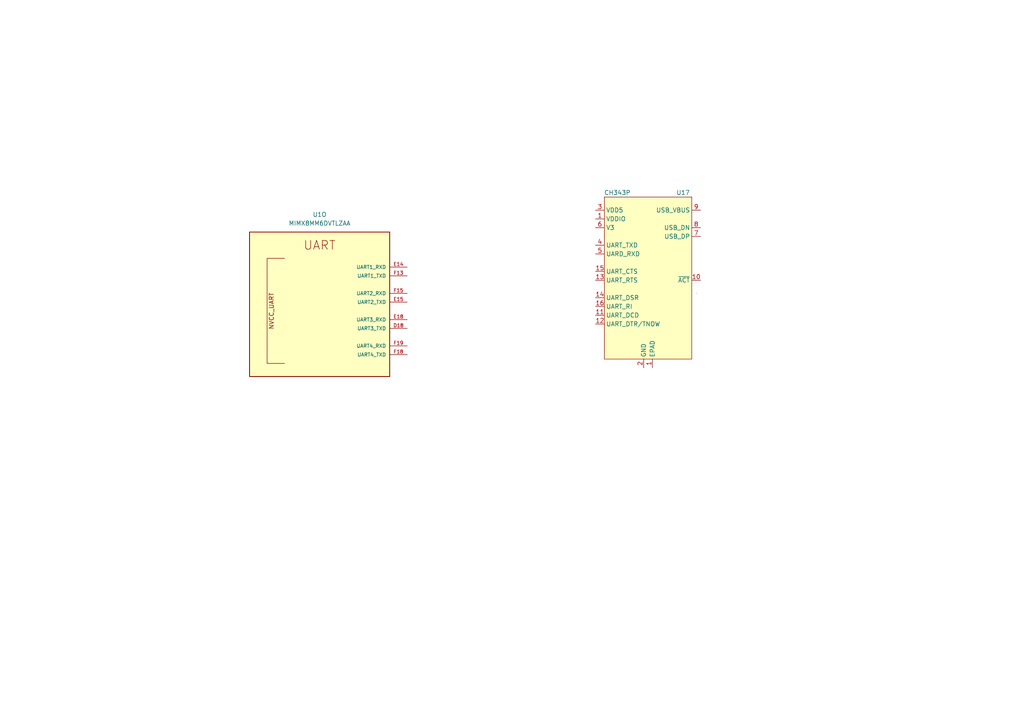
<source format=kicad_sch>
(kicad_sch (version 20211123) (generator eeschema)
  (paper "A4")
  (lib_symbols
    (symbol "qsbc:CH343P"
      (property "Reference" "U" (at 10.16 13.97 0))
      (property "Value" "CH343P" (at -8.89 13.97 0))
      (symbol "CH343P_0_1"
        (rectangle (start -12.7 12.7) (end 12.7 -34.29) (stroke (width 0.1524)) (fill (type background)))
        (rectangle (start 13.97 -15.24) (end 13.97 -15.24) (stroke (width 0.1524)))
        (rectangle (start 342.9 113.03) (end 342.9 113.03) (stroke (width 0.1524)))
      )
      (symbol "CH343P_1_0"
        (pin power_in line (at 1.27 -36.83 90) (length 2.54) (name "EPAD") (number "1"))
        (pin power_in line (at -15.24 6.35 0) (length 2.54) (name "VDDIO") (number "1"))
        (pin output line (at 15.24 -11.43 180) (length 2.54) (name "~{ACT}") (number "10"))
        (pin input line (at -15.24 -21.59 0) (length 2.54) (name "UART_DCD") (number "11"))
        (pin output line (at -15.24 -24.13 0) (length 2.54) (name "UART_DTR/TNOW") (number "12"))
        (pin output line (at -15.24 -11.43 0) (length 2.54) (name "UART_RTS") (number "13"))
        (pin input line (at -15.24 -16.51 0) (length 2.54) (name "UART_DSR") (number "14"))
        (pin input line (at -15.24 -8.89 0) (length 2.54) (name "UART_CTS") (number "15"))
        (pin input line (at -15.24 -19.05 0) (length 2.54) (name "UART_RI") (number "16"))
        (pin power_in line (at -1.27 -36.83 90) (length 2.54) (name "GND") (number "2"))
        (pin power_in line (at -15.24 8.89 0) (length 2.54) (name "VDD5") (number "3"))
        (pin output line (at -15.24 -1.27 0) (length 2.54) (name "UART_TXD") (number "4"))
        (pin input line (at -15.24 -3.81 0) (length 2.54) (name "UARD_RXD") (number "5"))
        (pin power_out line (at -15.24 3.81 0) (length 2.54) (name "V3") (number "6"))
        (pin bidirectional line (at 15.24 1.27 180) (length 2.54) (name "USB_DP") (number "7"))
        (pin bidirectional line (at 15.24 3.81 180) (length 2.54) (name "USB_DN") (number "8"))
        (pin bidirectional line (at 15.24 8.89 180) (length 2.54) (name "USB_VBUS") (number "9"))
      )
    )
    (symbol "qsbc:MIMX8MM6DVTLZAA" (pin_names (offset 1.016))
      (property "Reference" "U" (at 16.51 13.97 0))
      (property "Value" "MIMX8MM6DVTLZAA" (at -20.32 13.97 0))
      (symbol "MIMX8MM6DVTLZAA_1_0"
        (rectangle (start -20.32 13.97) (end 20.32 -57.15) (stroke (width 0.254)) (fill (type background)))
        (polyline (pts (xy 3.81 -29.21) (xy 2.54 -29.21)) (stroke (width 0.1524)))
        (text "MISC" (at 0 10.16 0) (effects (font (size 2.54 2.54))))
        (text "NVCC_CLK" (at 5.08 -45.72 900) (effects (font (size 1.27 1.27))))
        (text "NVCC_JTAG" (at 5.08 -7.62 900) (effects (font (size 1.27 1.27))))
        (text "NVCC_SNVS_1P8" (at -5.08 -5.08 900) (effects (font (size 1.27 1.27))))
        (text "VDD_24M_XTAL_1P8" (at -5.08 -29.21 900) (effects (font (size 1.27 1.27))))
        (text "VDD_ANA1_1P8" (at 1.27 -29.21 900) (effects (font (size 1.27 1.27))))
        (pin bidirectional line (at -25.4 -3.81 0) (length 5.08) (name "PMIC_ON_REQ") (number "A24"))
        (pin bidirectional line (at -25.4 3.81 0) (length 5.08) (name "ONOFF") (number "A25"))
        (pin input line (at -25.4 -11.43 0) (length 5.08) (name "RTC_XTALI") (number "A26"))
        (pin bidirectional line (at -25.4 1.27 0) (length 5.08) (name "POR_B") (number "B24"))
        (pin output line (at -25.4 -13.97 0) (length 5.08) (name "RTC_XTALO") (number "B25"))
        (pin input line (at -25.4 -27.94 0) (length 5.08) (name "24M_XTALI") (number "B27"))
        (pin output line (at -25.4 -30.48 0) (length 5.08) (name "24M_XTALO") (number "C26"))
        (pin bidirectional line (at 25.4 -16.51 180) (length 5.08) (name "JTAG_TRST_B") (number "C27"))
        (pin bidirectional line (at 25.4 -2.54 180) (length 5.08) (name "TEST_MODE") (number "D26"))
        (pin bidirectional line (at 25.4 -6.35 180) (length 5.08) (name "JTAG_MOD") (number "D27"))
        (pin bidirectional line (at -25.4 -6.35 0) (length 5.08) (name "PMIC_STBY_REQ") (number "E24"))
        (pin bidirectional line (at 25.4 -13.97 180) (length 5.08) (name "JTAG_TDO") (number "E26"))
        (pin bidirectional line (at 25.4 -11.43 180) (length 5.08) (name "JTAG_TDI") (number "E27"))
        (pin bidirectional line (at -25.4 -1.27 0) (length 5.08) (name "RTC_RESET_B") (number "F24"))
        (pin bidirectional line (at 25.4 -8.89 180) (length 5.08) (name "JTAG_TCK") (number "F26"))
        (pin bidirectional line (at 25.4 -19.05 180) (length 5.08) (name "JTAG_TMS") (number "F27"))
        (pin bidirectional line (at 25.4 3.81 180) (length 5.08) (name "BOOT_MODE0") (number "G26"))
        (pin bidirectional line (at 25.4 1.27 180) (length 5.08) (name "BOOT_MODE1") (number "G27"))
        (pin bidirectional line (at 25.4 -48.26 180) (length 5.08) (name "CLKOUT1") (number "H26"))
        (pin bidirectional line (at 25.4 -40.64 180) (length 5.08) (name "CLKIN1") (number "H27"))
        (pin passive line (at 25.4 -31.75 180) (length 5.08) (name "TSENSOR_TEST_OUT") (number "J23"))
        (pin passive line (at 25.4 -26.67 180) (length 5.08) (name "TSENSOR_RES_EXT") (number "J24"))
        (pin bidirectional line (at 25.4 -50.8 180) (length 5.08) (name "CLKOUT2") (number "J26"))
        (pin bidirectional line (at 25.4 -43.18 180) (length 5.08) (name "CLKIN2") (number "J27"))
      )
      (symbol "MIMX8MM6DVTLZAA_1_1"
        (polyline (pts (xy -8.89 -19.05) (xy -3.81 -19.05) (xy -3.81 -39.37) (xy -8.89 -39.37)) (stroke (width 0.1524)))
        (polyline (pts (xy -8.89 6.35) (xy -3.81 6.35) (xy -3.81 -16.51) (xy -8.89 -16.51)) (stroke (width 0.1524)))
        (polyline (pts (xy 8.89 -38.1) (xy 3.81 -38.1) (xy 3.81 -53.34) (xy 8.89 -53.34)) (stroke (width 0.1524)))
        (polyline (pts (xy 8.89 -24.13) (xy 3.81 -24.13) (xy 3.81 -34.29) (xy 8.89 -34.29)) (stroke (width 0.1524)))
        (polyline (pts (xy 8.89 6.35) (xy 3.81 6.35) (xy 3.81 -21.59) (xy 8.89 -21.59)) (stroke (width 0.1524)))
      )
      (symbol "MIMX8MM6DVTLZAA_2_0"
        (rectangle (start -20.32 13.97) (end 20.32 -128.27) (stroke (width 0.254)) (fill (type background)))
        (text "DDR" (at 0 10.16 0) (effects (font (size 2.54 2.54))))
        (pin bidirectional line (at 25.4 -48.26 180) (length 5.08) (name "DRAM_DQS0_P") (number "A2"))
        (pin bidirectional line (at 25.4 -17.78 180) (length 5.08) (name "DRAM_DQ06") (number "A3"))
        (pin bidirectional line (at 25.4 5.08 180) (length 5.08) (name "DRAM_DM0") (number "A4"))
        (pin bidirectional line (at 25.4 -2.54 180) (length 5.08) (name "DRAM_DQ00") (number "A5"))
        (pin passive line (at 25.4 -111.76 180) (length 5.08) (name "DRAM_DQS2_P") (number "AA1"))
        (pin passive line (at 25.4 -63.5 180) (length 5.08) (name "DRAM_DQ17") (number "AA2"))
        (pin passive line (at 25.4 -104.14 180) (length 5.08) (name "DRAM_DM2") (number "AB1"))
        (pin passive line (at 25.4 -60.96 180) (length 5.08) (name "DRAM_DQ16") (number "AB2"))
        (pin bidirectional line (at -25.4 -50.8 0) (length 5.08) (name "DRAM_AC20") (number "AB4"))
        (pin bidirectional line (at -25.4 -53.34 0) (length 5.08) (name "DRAM_AC21") (number "AB5"))
        (pin bidirectional line (at -25.4 -86.36 0) (length 5.08) (name "DRAM_AC38") (number "AB6"))
        (pin passive line (at 25.4 -76.2 180) (length 5.08) (name "DRAM_DQ22") (number "AC1"))
        (pin passive line (at 25.4 -78.74 180) (length 5.08) (name "DRAM_DQ23") (number "AC2"))
        (pin bidirectional line (at -25.4 -20.32 0) (length 5.08) (name "DRAM_AC30") (number "AC4"))
        (pin passive line (at 25.4 -88.9 180) (length 5.08) (name "DRAM_DQ27") (number "AD1"))
        (pin passive line (at 25.4 -86.36 180) (length 5.08) (name "DRAM_DQ26") (number "AD2"))
        (pin bidirectional line (at -25.4 5.08 0) (length 5.08) (name "DRAM_AC31") (number "AD5"))
        (pin passive line (at 25.4 -91.44 180) (length 5.08) (name "DRAM_DQ28") (number "AE1"))
        (pin passive line (at 25.4 -93.98 180) (length 5.08) (name "DRAM_DQ29") (number "AF1"))
        (pin passive line (at 25.4 -121.92 180) (length 5.08) (name "DRAM_DQS3_N") (number "AF2"))
        (pin passive line (at 25.4 -99.06 180) (length 5.08) (name "DRAM_DQ31") (number "AF4"))
        (pin passive line (at 25.4 -83.82 180) (length 5.08) (name "DRAM_DQ25") (number "AF5"))
        (pin passive line (at 25.4 -119.38 180) (length 5.08) (name "DRAM_DQS3_P") (number "AG2"))
        (pin passive line (at 25.4 -96.52 180) (length 5.08) (name "DRAM_DQ30") (number "AG3"))
        (pin passive line (at 25.4 -106.68 180) (length 5.08) (name "DRAM_DM3") (number "AG4"))
        (pin passive line (at 25.4 -81.28 180) (length 5.08) (name "DRAM_DQ24") (number "AG5"))
        (pin bidirectional line (at 25.4 -15.24 180) (length 5.08) (name "DRAM_DQ05") (number "B1"))
        (pin bidirectional line (at 25.4 -45.72 180) (length 5.08) (name "DRAM_DQS0_N") (number "B2"))
        (pin bidirectional line (at 25.4 -20.32 180) (length 5.08) (name "DRAM_DQ07") (number "B4"))
        (pin bidirectional line (at 25.4 -5.08 180) (length 5.08) (name "DRAM_DQ01") (number "B5"))
        (pin bidirectional line (at 25.4 -12.7 180) (length 5.08) (name "DRAM_DQ04") (number "C1"))
        (pin bidirectional line (at 25.4 -10.16 180) (length 5.08) (name "DRAM_DQ03") (number "D1"))
        (pin bidirectional line (at 25.4 -7.62 180) (length 5.08) (name "DRAM_DQ02") (number "D2"))
        (pin bidirectional line (at -25.4 -15.24 0) (length 5.08) (name "DRAM_AC11") (number "D5"))
        (pin bidirectional line (at 25.4 -38.1 180) (length 5.08) (name "DRAM_DQ14") (number "E1"))
        (pin bidirectional line (at 25.4 -40.64 180) (length 5.08) (name "DRAM_DQ15") (number "E2"))
        (pin bidirectional line (at -25.4 -12.7 0) (length 5.08) (name "DRAM_AC10") (number "E4"))
        (pin bidirectional line (at 25.4 2.54 180) (length 5.08) (name "DRAM_DM1") (number "F1"))
        (pin bidirectional line (at 25.4 -22.86 180) (length 5.08) (name "DRAM_DQ08") (number "F2"))
        (pin bidirectional line (at -25.4 -40.64 0) (length 5.08) (name "DRAM_AC00") (number "F4"))
        (pin bidirectional line (at -25.4 -43.18 0) (length 5.08) (name "DRAM_AC01") (number "F5"))
        (pin bidirectional line (at -25.4 -63.5 0) (length 5.08) (name "DRAM_AC06") (number "F6"))
        (pin bidirectional line (at 25.4 -55.88 180) (length 5.08) (name "DRAM_DQS1_P") (number "G1"))
        (pin bidirectional line (at 25.4 -25.4 180) (length 5.08) (name "DRAM_DQ09") (number "G2"))
        (pin bidirectional line (at 25.4 -53.34 180) (length 5.08) (name "DRAM_DQS1_N") (number "H1"))
        (pin bidirectional line (at 25.4 -27.94 180) (length 5.08) (name "DRAM_DQ10") (number "J1"))
        (pin bidirectional line (at 25.4 -30.48 180) (length 5.08) (name "DRAM_DQ11") (number "J2"))
        (pin bidirectional line (at -25.4 -66.04 0) (length 5.08) (name "DRAM_AC03") (number "J4"))
        (pin bidirectional line (at -25.4 -17.78 0) (length 5.08) (name "DRAM_AC07") (number "J5"))
        (pin bidirectional line (at -25.4 -25.4 0) (length 5.08) (name "DRAM_AC08") (number "J6"))
        (pin bidirectional line (at 25.4 -35.56 180) (length 5.08) (name "DRAM_DQ13") (number "K1"))
        (pin bidirectional line (at 25.4 -33.02 180) (length 5.08) (name "DRAM_DQ12") (number "K2"))
        (pin bidirectional line (at -25.4 -60.96 0) (length 5.08) (name "DRAM_AC02") (number "K4"))
        (pin bidirectional line (at -25.4 -5.08 0) (length 5.08) (name "DRAM_AC14") (number "K5"))
        (pin bidirectional line (at -25.4 -22.86 0) (length 5.08) (name "DRAM_AC09") (number "K6"))
        (pin bidirectional line (at -25.4 -58.42 0) (length 5.08) (name "DRAM_AC05") (number "L1"))
        (pin bidirectional line (at -25.4 -55.88 0) (length 5.08) (name "DRAM_AC04") (number "L2"))
        (pin bidirectional line (at -25.4 -45.72 0) (length 5.08) (name "DRAM_AC16") (number "M1"))
        (pin bidirectional line (at -25.4 -48.26 0) (length 5.08) (name "DRAM_AC17") (number "M2"))
        (pin bidirectional line (at -25.4 -71.12 0) (length 5.08) (name "DRAM_AC26") (number "N1"))
        (pin bidirectional line (at -25.4 -83.82 0) (length 5.08) (name "DRAM_AC19") (number "N2"))
        (pin bidirectional line (at -25.4 -10.16 0) (length 5.08) (name "DRAM_AC12") (number "N4"))
        (pin bidirectional line (at -25.4 -7.62 0) (length 5.08) (name "DRAM_AC13") (number "N5"))
        (pin bidirectional line (at -25.4 -2.54 0) (length 5.08) (name "DRAM_AC15") (number "N6"))
        (pin bidirectional line (at -25.4 -101.6 0) (length 5.08) (name "DRAM_VREF") (number "P1"))
        (pin bidirectional line (at -25.4 -106.68 0) (length 5.08) (name "DRAM_ZN") (number "P2"))
        (pin bidirectional line (at -25.4 -96.52 0) (length 5.08) (name "DRAM_RESET_N") (number "R1"))
        (pin bidirectional line (at -25.4 -111.76 0) (length 5.08) (name "DRAM_ALERT_N") (number "R2"))
        (pin bidirectional line (at -25.4 -78.74 0) (length 5.08) (name "DRAM_AC32") (number "R4"))
        (pin bidirectional line (at -25.4 -33.02 0) (length 5.08) (name "DRAM_AC33") (number "R5"))
        (pin bidirectional line (at -25.4 -88.9 0) (length 5.08) (name "DRAM_AC27") (number "R6"))
        (pin bidirectional line (at -25.4 -30.48 0) (length 5.08) (name "DRAM_AC34") (number "T1"))
        (pin bidirectional line (at -25.4 -35.56 0) (length 5.08) (name "DRAM_AC35") (number "T2"))
        (pin bidirectional line (at -25.4 2.54 0) (length 5.08) (name "DRAM_AC25") (number "U1"))
        (pin bidirectional line (at -25.4 0 0) (length 5.08) (name "DRAM_AC24") (number "U2"))
        (pin passive line (at 25.4 -73.66 180) (length 5.08) (name "DRAM_DQ21") (number "V1"))
        (pin passive line (at 25.4 -71.12 180) (length 5.08) (name "DRAM_DQ20") (number "V2"))
        (pin bidirectional line (at -25.4 -81.28 0) (length 5.08) (name "DRAM_AC23") (number "V4"))
        (pin bidirectional line (at -25.4 -73.66 0) (length 5.08) (name "DRAM_AC36") (number "V5"))
        (pin bidirectional line (at -25.4 -68.58 0) (length 5.08) (name "DRAM_AC29") (number "V6"))
        (pin passive line (at 25.4 -66.04 180) (length 5.08) (name "DRAM_DQ18") (number "W1"))
        (pin passive line (at 25.4 -68.58 180) (length 5.08) (name "DRAM_DQ19") (number "W2"))
        (pin bidirectional line (at -25.4 -91.44 0) (length 5.08) (name "DRAM_AC22") (number "W4"))
        (pin bidirectional line (at -25.4 -76.2 0) (length 5.08) (name "DRAM_AC37") (number "W5"))
        (pin bidirectional line (at -25.4 -27.94 0) (length 5.08) (name "DRAM_AC28") (number "W6"))
        (pin passive line (at 25.4 -114.3 180) (length 5.08) (name "DRAM_DQS2_N") (number "Y1"))
      )
      (symbol "MIMX8MM6DVTLZAA_3_0"
        (rectangle (start -20.32 13.97) (end 20.32 -40.64) (stroke (width 0.254)) (fill (type background)))
        (text "GPIO" (at 0 10.16 0) (effects (font (size 2.54 2.54))))
        (text "NVCC_GPIO1" (at -13.97 -15.24 900) (effects (font (size 1.27 1.27))))
        (pin bidirectional line (at 25.4 -26.67 180) (length 5.08) (name "GPIO1_IO12") (number "AB10"))
        (pin bidirectional line (at 25.4 -34.29 180) (length 5.08) (name "GPIO1_IO15") (number "AB9"))
        (pin bidirectional line (at 25.4 -24.13 180) (length 5.08) (name "GPIO1_IO11") (number "AC10"))
        (pin bidirectional line (at 25.4 -31.75 180) (length 5.08) (name "GPIO1_IO14") (number "AC9"))
        (pin bidirectional line (at 25.4 -21.59 180) (length 5.08) (name "GPIO1_IO10") (number "AD10"))
        (pin bidirectional line (at 25.4 -29.21 180) (length 5.08) (name "GPIO1_IO13") (number "AD9"))
        (pin bidirectional line (at 25.4 -19.05 180) (length 5.08) (name "GPIO1_IO09") (number "AF10"))
        (pin bidirectional line (at 25.4 -13.97 180) (length 5.08) (name "GPIO1_IO07") (number "AF11"))
        (pin bidirectional line (at 25.4 -8.89 180) (length 5.08) (name "GPIO1_IO05") (number "AF12"))
        (pin bidirectional line (at 25.4 -3.81 180) (length 5.08) (name "GPIO1_IO03") (number "AF13"))
        (pin bidirectional line (at 25.4 1.27 180) (length 5.08) (name "GPIO1_IO01") (number "AF14"))
        (pin bidirectional line (at 25.4 -16.51 180) (length 5.08) (name "GPIO1_IO08") (number "AG10"))
        (pin bidirectional line (at 25.4 -11.43 180) (length 5.08) (name "GPIO1_IO06") (number "AG11"))
        (pin bidirectional line (at 25.4 -6.35 180) (length 5.08) (name "GPIO1_IO04") (number "AG12"))
        (pin bidirectional line (at 25.4 -1.27 180) (length 5.08) (name "GPIO1_IO02") (number "AG13"))
        (pin bidirectional line (at 25.4 3.81 180) (length 5.08) (name "GPIO1_IO00") (number "AG14"))
      )
      (symbol "MIMX8MM6DVTLZAA_3_1"
        (polyline (pts (xy -10.16 6.35) (xy -15.24 6.35) (xy -15.24 -36.83) (xy -10.16 -36.83)) (stroke (width 0.1524)))
      )
      (symbol "MIMX8MM6DVTLZAA_4_0"
        (rectangle (start -20.32 13.97) (end 20.32 -38.1) (stroke (width 0.254)) (fill (type background)))
        (text "CSI" (at 0 10.16 0) (effects (font (size 2.54 2.54))))
        (text "VDD_MIPI_1P8" (at -13.97 -13.97 900) (effects (font (size 1.27 1.27))))
        (pin bidirectional line (at 25.4 -5.08 180) (length 5.08) (name "MIPI_CSI_D0_N") (number "A14"))
        (pin bidirectional line (at 25.4 -12.7 180) (length 5.08) (name "MIPI_CSI_D1_N") (number "A15"))
        (pin bidirectional line (at 25.4 3.81 180) (length 5.08) (name "MIPI_CSI_CLK_N") (number "A16"))
        (pin bidirectional line (at 25.4 -20.32 180) (length 5.08) (name "MIPI_CSI_D2_N") (number "A17"))
        (pin bidirectional line (at 25.4 -27.94 180) (length 5.08) (name "MIPI_CSI_D3_N") (number "A18"))
        (pin bidirectional line (at 25.4 -7.62 180) (length 5.08) (name "MIPI_CSI_D0_P") (number "B14"))
        (pin bidirectional line (at 25.4 -15.24 180) (length 5.08) (name "MIPI_CSI_D1_P") (number "B15"))
        (pin bidirectional line (at 25.4 1.27 180) (length 5.08) (name "MIPI_CSI_CLK_P") (number "B16"))
        (pin bidirectional line (at 25.4 -22.86 180) (length 5.08) (name "MIPI_CSI_D2_P") (number "B17"))
        (pin bidirectional line (at 25.4 -30.48 180) (length 5.08) (name "MIPI_CSI_D3_P") (number "B18"))
      )
      (symbol "MIMX8MM6DVTLZAA_4_1"
        (polyline (pts (xy -10.16 6.35) (xy -15.24 6.35) (xy -15.24 -34.29) (xy -10.16 -34.29)) (stroke (width 0.1524)))
      )
      (symbol "MIMX8MM6DVTLZAA_5_0"
        (rectangle (start -20.32 13.97) (end 20.32 -55.88) (stroke (width 0.254)) (fill (type background)))
        (text "NAND" (at 0 10.16 0) (effects (font (size 2.54 2.54))))
        (text "NVCC_NAND" (at -13.97 -22.86 900) (effects (font (size 1.27 1.27))))
        (pin bidirectional line (at 25.4 -31.75 180) (length 5.08) (name "NAND_DATA02") (number "K23"))
        (pin bidirectional line (at 25.4 -29.21 180) (length 5.08) (name "NAND_DATA01") (number "K24"))
        (pin bidirectional line (at 25.4 -41.91 180) (length 5.08) (name "NAND_DATA06") (number "K26"))
        (pin bidirectional line (at 25.4 -11.43 180) (length 5.08) (name "NAND_CLE") (number "K27"))
        (pin bidirectional line (at 25.4 -39.37 180) (length 5.08) (name "NAND_DATA05") (number "L26"))
        (pin bidirectional line (at 25.4 -3.81 180) (length 5.08) (name "NAND_CE3_B") (number "L27"))
        (pin bidirectional line (at 25.4 -36.83 180) (length 5.08) (name "NAND_DATA04") (number "M26"))
        (pin bidirectional line (at 25.4 -1.27 180) (length 5.08) (name "NAND_CE2_B") (number "M27"))
        (pin bidirectional line (at 25.4 -8.89 180) (length 5.08) (name "NAND_ALE") (number "N22"))
        (pin bidirectional line (at 25.4 -34.29 180) (length 5.08) (name "NAND_DATA03") (number "N23"))
        (pin bidirectional line (at 25.4 3.81 180) (length 5.08) (name "NAND_CE0_B") (number "N24"))
        (pin bidirectional line (at 25.4 -44.45 180) (length 5.08) (name "NAND_DATA07") (number "N26"))
        (pin bidirectional line (at 25.4 -13.97 180) (length 5.08) (name "NAND_RE_B") (number "N27"))
        (pin bidirectional line (at 25.4 -26.67 180) (length 5.08) (name "NAND_DATA00") (number "P23"))
        (pin bidirectional line (at 25.4 -21.59 180) (length 5.08) (name "NAND_READY_B") (number "P26"))
        (pin bidirectional line (at 25.4 1.27 180) (length 5.08) (name "NAND_CE1_B") (number "P27"))
        (pin bidirectional line (at 25.4 -49.53 180) (length 5.08) (name "NAND_DQS") (number "R22"))
        (pin bidirectional line (at 25.4 -16.51 180) (length 5.08) (name "NAND_WE_B") (number "R26"))
        (pin bidirectional line (at 25.4 -19.05 180) (length 5.08) (name "NAND_WP_B") (number "R27"))
      )
      (symbol "MIMX8MM6DVTLZAA_5_1"
        (polyline (pts (xy -10.16 6.35) (xy -15.24 6.35) (xy -15.24 -52.07) (xy -10.16 -52.07)) (stroke (width 0.1524)))
      )
      (symbol "MIMX8MM6DVTLZAA_6_0"
        (rectangle (start -20.32 13.97) (end 20.32 -83.82) (stroke (width 0.254)) (fill (type background)))
        (text "NVCC_SAI1" (at -3.81 -22.86 900) (effects (font (size 1.27 1.27))))
        (text "NVCC_SAI2" (at 3.81 -68.58 900) (effects (font (size 1.27 1.27))))
        (text "NVCC_SAI3" (at 3.81 -36.83 900) (effects (font (size 1.27 1.27))))
        (text "NVCC_SAI5" (at 3.81 -5.08 900) (effects (font (size 1.27 1.27))))
        (text "SAI" (at 0 10.16 0) (effects (font (size 2.54 2.54))))
        (pin bidirectional line (at 25.4 0 180) (length 5.08) (name "SAI5_RXFS") (number "AB15"))
        (pin bidirectional line (at -25.4 3.81 0) (length 5.08) (name "SAI1_MCLK") (number "AB18"))
        (pin bidirectional line (at -25.4 0 0) (length 5.08) (name "SAI1_TXFS") (number "AB19"))
        (pin bidirectional line (at 25.4 -74.93 180) (length 5.08) (name "SAI2_RXC") (number "AB22"))
        (pin bidirectional line (at 25.4 -12.7 180) (length 5.08) (name "SAI5_RXD3") (number "AC13"))
        (pin bidirectional line (at 25.4 -7.62 180) (length 5.08) (name "SAI5_RXD1") (number "AC14"))
        (pin bidirectional line (at 25.4 -2.54 180) (length 5.08) (name "SAI5_RXC") (number "AC15"))
        (pin bidirectional line (at -25.4 -2.54 0) (length 5.08) (name "SAI1_TXC") (number "AC18"))
        (pin bidirectional line (at 25.4 -72.39 180) (length 5.08) (name "SAI2_RXFS") (number "AC19"))
        (pin bidirectional line (at 25.4 -68.58 180) (length 5.08) (name "SAI2_TXD0") (number "AC22"))
        (pin bidirectional line (at 25.4 -77.47 180) (length 5.08) (name "SAI2_RXD0") (number "AC24"))
        (pin bidirectional line (at 25.4 -26.67 180) (length 5.08) (name "SAI3_TXFS") (number "AC6"))
        (pin bidirectional line (at 25.4 -10.16 180) (length 5.08) (name "SAI5_RXD2") (number "AD13"))
        (pin bidirectional line (at 25.4 3.81 180) (length 5.08) (name "SAI5_MCLK") (number "AD15"))
        (pin bidirectional line (at 25.4 -5.08 180) (length 5.08) (name "SAI5_RXD0") (number "AD18"))
        (pin bidirectional line (at 25.4 -59.69 180) (length 5.08) (name "SAI2_MCLK") (number "AD19"))
        (pin bidirectional line (at 25.4 -66.04 180) (length 5.08) (name "SAI2_TXC") (number "AD22"))
        (pin bidirectional line (at 25.4 -63.5 180) (length 5.08) (name "SAI2_TXFS") (number "AD23"))
        (pin bidirectional line (at 25.4 -22.86 180) (length 5.08) (name "SAI3_MCLK") (number "AD6"))
        (pin bidirectional line (at -25.4 -34.29 0) (length 5.08) (name "SAI1_RXD1") (number "AF15"))
        (pin bidirectional line (at -25.4 -29.21 0) (length 5.08) (name "SAI1_RXC") (number "AF16"))
        (pin bidirectional line (at -25.4 -39.37 0) (length 5.08) (name "SAI1_RXD3") (number "AF17"))
        (pin bidirectional line (at -25.4 -44.45 0) (length 5.08) (name "SAI1_RXD5") (number "AF18"))
        (pin bidirectional line (at -25.4 -49.53 0) (length 5.08) (name "SAI1_RXD7") (number "AF19"))
        (pin bidirectional line (at -25.4 -7.62 0) (length 5.08) (name "SAI1_TXD1") (number "AF20"))
        (pin bidirectional line (at -25.4 -12.7 0) (length 5.08) (name "SAI1_TXD3") (number "AF21"))
        (pin bidirectional line (at -25.4 -17.78 0) (length 5.08) (name "SAI1_TXD5") (number "AF22"))
        (pin bidirectional line (at -25.4 -22.86 0) (length 5.08) (name "SAI1_TXD7") (number "AF23"))
        (pin bidirectional line (at 25.4 -31.75 180) (length 5.08) (name "SAI3_TXD") (number "AF6"))
        (pin bidirectional line (at 25.4 -40.64 180) (length 5.08) (name "SAI3_RXD") (number "AF7"))
        (pin bidirectional line (at 25.4 -45.72 180) (length 5.08) (name "SPDIF_EXT_CLK") (number "AF8"))
        (pin bidirectional line (at 25.4 -50.8 180) (length 5.08) (name "SPDIF_TX") (number "AF9"))
        (pin bidirectional line (at -25.4 -31.75 0) (length 5.08) (name "SAI1_RXD0") (number "AG15"))
        (pin bidirectional line (at -25.4 -26.67 0) (length 5.08) (name "SAI1_RXFS") (number "AG16"))
        (pin bidirectional line (at -25.4 -36.83 0) (length 5.08) (name "SAI1_RXD2") (number "AG17"))
        (pin bidirectional line (at -25.4 -41.91 0) (length 5.08) (name "SAI1_RXD4") (number "AG18"))
        (pin bidirectional line (at -25.4 -46.99 0) (length 5.08) (name "SAI1_RXD6") (number "AG19"))
        (pin bidirectional line (at -25.4 -5.08 0) (length 5.08) (name "SAI1_TXD0") (number "AG20"))
        (pin bidirectional line (at -25.4 -10.16 0) (length 5.08) (name "SAI1_TXD2") (number "AG21"))
        (pin bidirectional line (at -25.4 -15.24 0) (length 5.08) (name "SAI1_TXD4") (number "AG22"))
        (pin bidirectional line (at -25.4 -20.32 0) (length 5.08) (name "SAI1_TXD6") (number "AG23"))
        (pin bidirectional line (at 25.4 -29.21 180) (length 5.08) (name "SAI3_TXC") (number "AG6"))
        (pin bidirectional line (at 25.4 -38.1 180) (length 5.08) (name "SAI3_RXC") (number "AG7"))
        (pin bidirectional line (at 25.4 -35.56 180) (length 5.08) (name "SAI3_RXFS") (number "AG8"))
        (pin bidirectional line (at 25.4 -48.26 180) (length 5.08) (name "SPDIF_RX") (number "AG9"))
      )
      (symbol "MIMX8MM6DVTLZAA_6_1"
        (polyline (pts (xy -7.62 6.35) (xy -2.54 6.35) (xy -2.54 -52.07) (xy -7.62 -52.07)) (stroke (width 0.1524)))
        (polyline (pts (xy 7.62 -57.15) (xy 2.54 -57.15) (xy 2.54 -80.01) (xy 7.62 -80.01)) (stroke (width 0.1524)))
        (polyline (pts (xy 7.62 -20.32) (xy 2.54 -20.32) (xy 2.54 -53.34) (xy 7.62 -53.34)) (stroke (width 0.1524)))
        (polyline (pts (xy 7.62 6.35) (xy 2.54 6.35) (xy 2.54 -16.51) (xy 7.62 -16.51)) (stroke (width 0.1524)))
      )
      (symbol "MIMX8MM6DVTLZAA_7_0"
        (rectangle (start -20.32 13.97) (end 20.32 -40.64) (stroke (width 0.254)) (fill (type background)))
        (text "ENET" (at 0 10.16 0) (effects (font (size 2.54 2.54))))
        (text "NVCC_ENET" (at -13.97 -15.24 900) (effects (font (size 1.27 1.27))))
        (pin bidirectional line (at 25.4 1.27 180) (length 5.08) (name "ENET_MDIO") (number "AB27"))
        (pin bidirectional line (at 25.4 -34.29 180) (length 5.08) (name "ENET_RD3") (number "AC26"))
        (pin bidirectional line (at 25.4 3.81 180) (length 5.08) (name "ENET_MDC") (number "AC27"))
        (pin bidirectional line (at 25.4 -31.75 180) (length 5.08) (name "ENET_RD2") (number "AD26"))
        (pin bidirectional line (at 25.4 -29.21 180) (length 5.08) (name "ENET_RD1") (number "AD27"))
        (pin bidirectional line (at 25.4 -24.13 180) (length 5.08) (name "ENET_RXC") (number "AE26"))
        (pin bidirectional line (at 25.4 -26.67 180) (length 5.08) (name "ENET_RD0") (number "AE27"))
        (pin bidirectional line (at 25.4 -3.81 180) (length 5.08) (name "ENET_TX_CTL") (number "AF24"))
        (pin bidirectional line (at 25.4 -16.51 180) (length 5.08) (name "ENET_TD3") (number "AF25"))
        (pin bidirectional line (at 25.4 -11.43 180) (length 5.08) (name "ENET_TD1") (number "AF26"))
        (pin bidirectional line (at 25.4 -21.59 180) (length 5.08) (name "ENET_RX_CTL") (number "AF27"))
        (pin bidirectional line (at 25.4 -6.35 180) (length 5.08) (name "ENET_TXC") (number "AG24"))
        (pin bidirectional line (at 25.4 -13.97 180) (length 5.08) (name "ENET_TD2") (number "AG25"))
        (pin bidirectional line (at 25.4 -8.89 180) (length 5.08) (name "ENET_TD0") (number "AG26"))
      )
      (symbol "MIMX8MM6DVTLZAA_7_1"
        (polyline (pts (xy -10.16 6.35) (xy -15.24 6.35) (xy -15.24 -36.83) (xy -10.16 -36.83)) (stroke (width 0.1524)))
      )
      (symbol "MIMX8MM6DVTLZAA_8_0"
        (rectangle (start -20.32 13.97) (end 20.32 -121.92) (stroke (width 0.254)) (fill (type background)))
        (text "GND" (at 0 10.16 0) (effects (font (size 2.54 2.54))))
        (pin power_in line (at 25.4 -48.26 180) (length 5.08) (name "VSS") (number "A1"))
        (pin power_in line (at -25.4 -119.38 0) (length 5.08) (name "VSS") (number "A27"))
        (pin power_in line (at -25.4 -27.94 0) (length 5.08) (name "VSS") (number "AA10"))
        (pin power_in line (at -25.4 2.54 0) (length 5.08) (name "VSS") (number "AA13"))
        (pin power_in line (at 25.4 -73.66 180) (length 5.08) (name "VSS") (number "AA15"))
        (pin power_in line (at 25.4 -109.22 180) (length 5.08) (name "VSS") (number "AA18"))
        (pin power_in line (at 25.4 -114.3 180) (length 5.08) (name "VSS") (number "AA19"))
        (pin power_in line (at -25.4 -91.44 0) (length 5.08) (name "VSS") (number "AA21"))
        (pin power_in line (at -25.4 -40.64 0) (length 5.08) (name "VSS") (number "AA7"))
        (pin power_in line (at -25.4 -43.18 0) (length 5.08) (name "VSS") (number "AA9"))
        (pin power_in line (at 25.4 -99.06 180) (length 5.08) (name "VSS") (number "AB25"))
        (pin power_in line (at 25.4 -7.62 180) (length 5.08) (name "VSS") (number "AB3"))
        (pin power_in line (at 25.4 -96.52 180) (length 5.08) (name "VSS") (number "AC25"))
        (pin power_in line (at 25.4 -5.08 180) (length 5.08) (name "VSS") (number "AC3"))
        (pin power_in line (at -25.4 -12.7 0) (length 5.08) (name "VSS") (number "AE10"))
        (pin power_in line (at -25.4 7.62 0) (length 5.08) (name "VSS") (number "AE13"))
        (pin power_in line (at -25.4 -58.42 0) (length 5.08) (name "VSS") (number "AE14"))
        (pin power_in line (at 25.4 -76.2 180) (length 5.08) (name "VSS") (number "AE15"))
        (pin power_in line (at -25.4 -60.96 0) (length 5.08) (name "VSS") (number "AE18"))
        (pin power_in line (at -25.4 -66.04 0) (length 5.08) (name "VSS") (number "AE19"))
        (pin power_in line (at 25.4 -53.34 180) (length 5.08) (name "VSS") (number "AE2"))
        (pin power_in line (at -25.4 -106.68 0) (length 5.08) (name "VSS") (number "AE22"))
        (pin power_in line (at -25.4 -111.76 0) (length 5.08) (name "VSS") (number "AE23"))
        (pin power_in line (at 25.4 -2.54 180) (length 5.08) (name "VSS") (number "AE5"))
        (pin power_in line (at 25.4 7.62 180) (length 5.08) (name "VSS") (number "AE6"))
        (pin power_in line (at -25.4 -30.48 0) (length 5.08) (name "VSS") (number "AE9"))
        (pin power_in line (at 25.4 -12.7 180) (length 5.08) (name "VSS") (number "AF3"))
        (pin power_in line (at 25.4 -50.8 180) (length 5.08) (name "VSS") (number "AG1"))
        (pin power_in line (at 25.4 -116.84 180) (length 5.08) (name "VSS") (number "AG27"))
        (pin power_in line (at -25.4 -116.84 0) (length 5.08) (name "VSS") (number "B26"))
        (pin power_in line (at 25.4 -43.18 180) (length 5.08) (name "VSS") (number "B3"))
        (pin power_in line (at -25.4 -33.02 0) (length 5.08) (name "VSS") (number "C10"))
        (pin power_in line (at -25.4 -17.78 0) (length 5.08) (name "VSS") (number "C13"))
        (pin power_in line (at -25.4 10.16 0) (length 5.08) (name "VSS") (number "C14"))
        (pin power_in line (at 25.4 -66.04 180) (length 5.08) (name "VSS") (number "C15"))
        (pin power_in line (at 25.4 -93.98 180) (length 5.08) (name "VSS") (number "C18"))
        (pin power_in line (at 25.4 -111.76 180) (length 5.08) (name "VSS") (number "C19"))
        (pin power_in line (at 25.4 -40.64 180) (length 5.08) (name "VSS") (number "C2"))
        (pin power_in line (at -25.4 -88.9 0) (length 5.08) (name "VSS") (number "C22"))
        (pin power_in line (at -25.4 -109.22 0) (length 5.08) (name "VSS") (number "C23"))
        (pin power_in line (at 25.4 -10.16 180) (length 5.08) (name "VSS") (number "C5"))
        (pin power_in line (at 25.4 5.08 180) (length 5.08) (name "VSS") (number "C6"))
        (pin power_in line (at -25.4 -38.1 0) (length 5.08) (name "VSS") (number "C9"))
        (pin power_in line (at -25.4 -96.52 0) (length 5.08) (name "VSS") (number "E25"))
        (pin power_in line (at 25.4 -45.72 180) (length 5.08) (name "VSS") (number "E3"))
        (pin power_in line (at -25.4 -99.06 0) (length 5.08) (name "VSS") (number "F25"))
        (pin power_in line (at 25.4 -30.48 180) (length 5.08) (name "VSS") (number "F3"))
        (pin power_in line (at -25.4 -25.4 0) (length 5.08) (name "VSS") (number "G10"))
        (pin power_in line (at -25.4 -15.24 0) (length 5.08) (name "VSS") (number "G13"))
        (pin power_in line (at 25.4 -68.58 180) (length 5.08) (name "VSS") (number "G15"))
        (pin power_in line (at -25.4 -55.88 0) (length 5.08) (name "VSS") (number "G18"))
        (pin power_in line (at -25.4 -63.5 0) (length 5.08) (name "VSS") (number "G19"))
        (pin power_in line (at -25.4 -73.66 0) (length 5.08) (name "VSS") (number "G21"))
        (pin power_in line (at 25.4 0 180) (length 5.08) (name "VSS") (number "G7"))
        (pin power_in line (at -25.4 -35.56 0) (length 5.08) (name "VSS") (number "G9"))
        (pin power_in line (at 25.4 -106.68 180) (length 5.08) (name "VSS") (number "H18"))
        (pin power_in line (at 25.4 -38.1 180) (length 5.08) (name "VSS") (number "H2"))
        (pin power_in line (at -25.4 -76.2 0) (length 5.08) (name "VSS") (number "J21"))
        (pin power_in line (at -25.4 -101.6 0) (length 5.08) (name "VSS") (number "J25"))
        (pin power_in line (at 25.4 -33.02 180) (length 5.08) (name "VSS") (number "J3"))
        (pin power_in line (at 25.4 2.54 180) (length 5.08) (name "VSS") (number "J7"))
        (pin power_in line (at -25.4 -68.58 0) (length 5.08) (name "VSS") (number "K20"))
        (pin power_in line (at -25.4 -78.74 0) (length 5.08) (name "VSS") (number "K21"))
        (pin power_in line (at 25.4 -55.88 180) (length 5.08) (name "VSS") (number "K25"))
        (pin power_in line (at 25.4 -25.4 180) (length 5.08) (name "VSS") (number "K3"))
        (pin power_in line (at 25.4 10.16 180) (length 5.08) (name "VSS") (number "K7"))
        (pin power_in line (at -25.4 -10.16 0) (length 5.08) (name "VSS") (number "L12"))
        (pin power_in line (at 25.4 -78.74 180) (length 5.08) (name "VSS") (number "L16"))
        (pin power_in line (at -25.4 -7.62 0) (length 5.08) (name "VSS") (number "M12"))
        (pin power_in line (at 25.4 -81.28 180) (length 5.08) (name "VSS") (number "M16"))
        (pin power_in line (at -25.4 -5.08 0) (length 5.08) (name "VSS") (number "N12"))
        (pin power_in line (at 25.4 -83.82 180) (length 5.08) (name "VSS") (number "N16"))
        (pin power_in line (at -25.4 -81.28 0) (length 5.08) (name "VSS") (number "N21"))
        (pin power_in line (at 25.4 -60.96 180) (length 5.08) (name "VSS") (number "N25"))
        (pin power_in line (at 25.4 -27.94 180) (length 5.08) (name "VSS") (number "N3"))
        (pin power_in line (at -25.4 -48.26 0) (length 5.08) (name "VSS") (number "N7"))
        (pin power_in line (at -25.4 0 0) (length 5.08) (name "VSS") (number "P13"))
        (pin power_in line (at 25.4 -71.12 180) (length 5.08) (name "VSS") (number "P15"))
        (pin power_in line (at -25.4 -83.82 0) (length 5.08) (name "VSS") (number "P21"))
        (pin power_in line (at 25.4 -58.42 180) (length 5.08) (name "VSS") (number "P25"))
        (pin power_in line (at 25.4 -20.32 180) (length 5.08) (name "VSS") (number "P3"))
        (pin power_in line (at -25.4 -2.54 0) (length 5.08) (name "VSS") (number "R12"))
        (pin power_in line (at 25.4 -86.36 180) (length 5.08) (name "VSS") (number "R16"))
        (pin power_in line (at -25.4 -71.12 0) (length 5.08) (name "VSS") (number "R20"))
        (pin power_in line (at -25.4 -86.36 0) (length 5.08) (name "VSS") (number "R21"))
        (pin power_in line (at -25.4 -104.14 0) (length 5.08) (name "VSS") (number "R25"))
        (pin power_in line (at 25.4 -17.78 180) (length 5.08) (name "VSS") (number "R3"))
        (pin power_in line (at -25.4 -45.72 0) (length 5.08) (name "VSS") (number "R7"))
        (pin power_in line (at -25.4 -22.86 0) (length 5.08) (name "VSS") (number "T12"))
        (pin power_in line (at 25.4 -88.9 180) (length 5.08) (name "VSS") (number "T16"))
        (pin power_in line (at -25.4 -20.32 0) (length 5.08) (name "VSS") (number "U12"))
        (pin power_in line (at 25.4 -91.44 180) (length 5.08) (name "VSS") (number "U16"))
        (pin power_in line (at -25.4 -114.3 0) (length 5.08) (name "VSS") (number "V21"))
        (pin power_in line (at 25.4 -104.14 180) (length 5.08) (name "VSS") (number "V25"))
        (pin power_in line (at 25.4 -15.24 180) (length 5.08) (name "VSS") (number "V3"))
        (pin power_in line (at -25.4 -53.34 0) (length 5.08) (name "VSS") (number "V7"))
        (pin power_in line (at -25.4 -93.98 0) (length 5.08) (name "VSS") (number "W21"))
        (pin power_in line (at 25.4 -101.6 180) (length 5.08) (name "VSS") (number "W25"))
        (pin power_in line (at 25.4 -22.86 180) (length 5.08) (name "VSS") (number "W3"))
        (pin power_in line (at -25.4 -50.8 0) (length 5.08) (name "VSS") (number "W7"))
        (pin power_in line (at -25.4 5.08 0) (length 5.08) (name "VSS") (number "Y13"))
        (pin power_in line (at 25.4 -63.5 180) (length 5.08) (name "VSS") (number "Y18"))
        (pin power_in line (at 25.4 -35.56 180) (length 5.08) (name "VSS") (number "Y2"))
      )
      (symbol "MIMX8MM6DVTLZAA_9_0"
        (rectangle (start -20.32 13.97) (end 20.32 -186.69) (stroke (width 0.254)) (fill (type background)))
        (text "Power" (at 0 10.16 0) (effects (font (size 2.54 2.54))))
        (pin power_in line (at 25.4 -78.74 180) (length 5.08) (name "VDD_ANA0_1P8") (number "AA14"))
        (pin power_in line (at 25.4 -55.88 180) (length 5.08) (name "PVCC0_1P8") (number "AB13"))
        (pin power_in line (at 25.4 -172.72 180) (length 5.08) (name "MIPI_VREG_CAP") (number "D15"))
        (pin power_in line (at 25.4 -104.14 180) (length 5.08) (name "VDD_PCI_1P8") (number "G14"))
        (pin power_in line (at 25.4 -29.21 180) (length 5.08) (name "NVCC_ECSPI") (number "H10"))
        (pin power_in line (at 25.4 -106.68 180) (length 5.08) (name "VDD_MIPI_1P8") (number "H13"))
        (pin power_in line (at 25.4 -101.6 180) (length 5.08) (name "VDD_USB_1P8") (number "H15"))
        (pin power_in line (at -25.4 -124.46 0) (length 5.08) (name "VDD_DRAM") (number "J10"))
        (pin power_in line (at 25.4 -21.59 180) (length 5.08) (name "NVCC_I2C") (number "J11"))
        (pin power_in line (at 25.4 -25.4 180) (length 5.08) (name "NVCC_UART") (number "J12"))
        (pin power_in line (at 25.4 -60.96 180) (length 5.08) (name "PVCC2_1P8") (number "J13"))
        (pin power_in line (at 25.4 -168.91 180) (length 5.08) (name "VDD_MIPI_0P9") (number "J14"))
        (pin power_in line (at 25.4 -165.1 180) (length 5.08) (name "VDD_MIPI_1P2") (number "J15"))
        (pin power_in line (at 25.4 -132.08 180) (length 5.08) (name "VDD_PCI_0P8") (number "J16"))
        (pin power_in line (at 25.4 -129.54 180) (length 5.08) (name "VDD_USB_0P8") (number "J17"))
        (pin power_in line (at 25.4 -182.88 180) (length 5.08) (name "NC") (number "J18"))
        (pin power_in line (at -25.4 5.08 0) (length 5.08) (name "VDD_SNVS_1P8") (number "J22"))
        (pin power_in line (at -25.4 -88.9 0) (length 5.08) (name "VDD_VPU") (number "K12"))
        (pin power_in line (at -25.4 -91.44 0) (length 5.08) (name "VDD_VPU") (number "K13"))
        (pin power_in line (at -25.4 -81.28 0) (length 5.08) (name "VDD_SOC") (number "K15"))
        (pin power_in line (at -25.4 -71.12 0) (length 5.08) (name "VDD_SOC") (number "K16"))
        (pin power_in line (at 25.4 -48.26 180) (length 5.08) (name "VDD_USB_3P3") (number "K19"))
        (pin power_in line (at -25.4 1.27 0) (length 5.08) (name "VDD_SNVS_0P8") (number "K22"))
        (pin power_in line (at -25.4 -144.78 0) (length 5.08) (name "NVCC_DRAM") (number "K8"))
        (pin power_in line (at -25.4 -154.94 0) (length 5.08) (name "NVCC_DRAM") (number "K9"))
        (pin power_in line (at -25.4 -127 0) (length 5.08) (name "VDD_DRAM") (number "L10"))
        (pin power_in line (at -25.4 -93.98 0) (length 5.08) (name "VDD_VPU") (number "L11"))
        (pin power_in line (at -25.4 -96.52 0) (length 5.08) (name "VDD_VPU") (number "L13"))
        (pin power_in line (at -25.4 -78.74 0) (length 5.08) (name "VDD_SOC") (number "L15"))
        (pin power_in line (at 25.4 -124.46 180) (length 5.08) (name "VDD_ANA_0P8") (number "L17"))
        (pin power_in line (at -25.4 -63.5 0) (length 5.08) (name "VDD_SOC") (number "L18"))
        (pin power_in line (at 25.4 5.08 180) (length 5.08) (name "NVCC_JTAG") (number "L19"))
        (pin power_in line (at -25.4 -157.48 0) (length 5.08) (name "NVCC_DRAM") (number "L9"))
        (pin power_in line (at -25.4 -99.06 0) (length 5.08) (name "VDD_VPU") (number "M13"))
        (pin power_in line (at -25.4 -101.6 0) (length 5.08) (name "VDD_VPU") (number "M14"))
        (pin power_in line (at -25.4 -76.2 0) (length 5.08) (name "VDD_SOC") (number "M15"))
        (pin power_in line (at 25.4 -44.45 180) (length 5.08) (name "NVCC_CLK") (number "M19"))
        (pin power_in line (at -25.4 -160.02 0) (length 5.08) (name "NVCC_DRAM") (number "M9"))
        (pin power_in line (at -25.4 -129.54 0) (length 5.08) (name "VDD_DRAM") (number "N10"))
        (pin power_in line (at -25.4 -104.14 0) (length 5.08) (name "VDD_VPU") (number "N11"))
        (pin power_in line (at -25.4 -83.82 0) (length 5.08) (name "VDD_SOC") (number "N13"))
        (pin power_in line (at -25.4 -73.66 0) (length 5.08) (name "VDD_SOC") (number "N15"))
        (pin power_in line (at 25.4 -127 180) (length 5.08) (name "VDD_ANA_0P8") (number "N17"))
        (pin power_in line (at -25.4 -60.96 0) (length 5.08) (name "VDD_SOC") (number "N18"))
        (pin power_in line (at -25.4 -2.54 0) (length 5.08) (name "VDD_24M_XTAL_1P8") (number "N19"))
        (pin power_in line (at 25.4 -86.36 180) (length 5.08) (name "VDD_ANA1_1P8") (number "N20"))
        (pin power_in line (at -25.4 -147.32 0) (length 5.08) (name "NVCC_DRAM") (number "N8"))
        (pin power_in line (at -25.4 -162.56 0) (length 5.08) (name "NVCC_DRAM") (number "N9"))
        (pin power_in line (at -25.4 -116.84 0) (length 5.08) (name "VDD_GPU") (number "P12"))
        (pin power_in line (at 25.4 -121.92 180) (length 5.08) (name "VDD_ARM_PLL_0P8") (number "P16"))
        (pin power_in line (at 25.4 -83.82 180) (length 5.08) (name "VDD_ANA1_1P8") (number "P19"))
        (pin power_in line (at -25.4 -177.8 0) (length 5.08) (name "VDD_DRAM_PLL_1P8") (number "P5"))
        (pin power_in line (at -25.4 -142.24 0) (length 5.08) (name "NVCC_DRAM") (number "P7"))
        (pin power_in line (at -25.4 -182.88 0) (length 5.08) (name "VDD_DRAM_PLL_0P8") (number "P9"))
        (pin power_in line (at -25.4 -132.08 0) (length 5.08) (name "VDD_DRAM") (number "R10"))
        (pin power_in line (at -25.4 -109.22 0) (length 5.08) (name "VDD_GPU") (number "R11"))
        (pin power_in line (at -25.4 -50.8 0) (length 5.08) (name "VDD_ARM") (number "R13"))
        (pin power_in line (at -25.4 -33.02 0) (length 5.08) (name "VDD_ARM") (number "R15"))
        (pin power_in line (at -25.4 -68.58 0) (length 5.08) (name "VDD_SOC") (number "R17"))
        (pin power_in line (at -25.4 -58.42 0) (length 5.08) (name "VDD_SOC") (number "R18"))
        (pin power_in line (at 25.4 -76.2 180) (length 5.08) (name "VDD_ARM_PLL_1P8") (number "R19"))
        (pin power_in line (at -25.4 -149.86 0) (length 5.08) (name "NVCC_DRAM") (number "R8"))
        (pin power_in line (at -25.4 -165.1 0) (length 5.08) (name "NVCC_DRAM") (number "R9"))
        (pin power_in line (at -25.4 -20.32 0) (length 5.08) (name "VDD_ARM") (number "T13"))
        (pin power_in line (at -25.4 -27.94 0) (length 5.08) (name "VDD_ARM") (number "T14"))
        (pin power_in line (at -25.4 -45.72 0) (length 5.08) (name "VDD_ARM") (number "T15"))
        (pin power_in line (at 25.4 -58.42 180) (length 5.08) (name "PVCC1_1P8") (number "T19"))
        (pin power_in line (at -25.4 -167.64 0) (length 5.08) (name "NVCC_DRAM") (number "T9"))
        (pin power_in line (at -25.4 -134.62 0) (length 5.08) (name "VDD_DRAM") (number "U10"))
        (pin power_in line (at -25.4 -111.76 0) (length 5.08) (name "VDD_GPU") (number "U11"))
        (pin power_in line (at -25.4 -17.78 0) (length 5.08) (name "VDD_ARM") (number "U13"))
        (pin power_in line (at -25.4 -40.64 0) (length 5.08) (name "VDD_ARM") (number "U15"))
        (pin power_in line (at -25.4 -66.04 0) (length 5.08) (name "VDD_SOC") (number "U17"))
        (pin power_in line (at -25.4 -55.88 0) (length 5.08) (name "VDD_SOC") (number "U18"))
        (pin power_in line (at 25.4 1.27 180) (length 5.08) (name "NVCC_NAND") (number "U19"))
        (pin power_in line (at -25.4 -170.18 0) (length 5.08) (name "NVCC_DRAM") (number "U9"))
        (pin power_in line (at -25.4 -119.38 0) (length 5.08) (name "VDD_GPU") (number "V12"))
        (pin power_in line (at -25.4 -22.86 0) (length 5.08) (name "VDD_ARM") (number "V13"))
        (pin power_in line (at -25.4 -43.18 0) (length 5.08) (name "VDD_ARM") (number "V15"))
        (pin power_in line (at -25.4 -38.1 0) (length 5.08) (name "VDD_ARM") (number "V16"))
        (pin power_in line (at 25.4 -6.35 180) (length 5.08) (name "NVCC_SAI2") (number "V19"))
        (pin power_in line (at 25.4 -36.83 180) (length 5.08) (name "NVCC_SD1") (number "V20"))
        (pin power_in line (at 25.4 -40.64 180) (length 5.08) (name "NVCC_SD2") (number "V22"))
        (pin power_in line (at -25.4 -152.4 0) (length 5.08) (name "NVCC_DRAM") (number "V8"))
        (pin power_in line (at -25.4 -172.72 0) (length 5.08) (name "NVCC_DRAM") (number "V9"))
        (pin power_in line (at -25.4 -137.16 0) (length 5.08) (name "VDD_DRAM") (number "W10"))
        (pin power_in line (at -25.4 -114.3 0) (length 5.08) (name "VDD_GPU") (number "W11"))
        (pin power_in line (at 25.4 -17.78 180) (length 5.08) (name "NVCC_GPIO1") (number "W12"))
        (pin power_in line (at -25.4 -25.4 0) (length 5.08) (name "VDD_ARM") (number "W13"))
        (pin power_in line (at -25.4 -30.48 0) (length 5.08) (name "VDD_ARM") (number "W14"))
        (pin power_in line (at -25.4 -35.56 0) (length 5.08) (name "VDD_ARM") (number "W15"))
        (pin power_in line (at -25.4 -48.26 0) (length 5.08) (name "VDD_ARM") (number "W16"))
        (pin power_in line (at 25.4 -13.97 180) (length 5.08) (name "NVCC_SAI5") (number "W17"))
        (pin power_in line (at 25.4 -2.54 180) (length 5.08) (name "NVCC_SAI1") (number "W18"))
        (pin power_in line (at 25.4 -33.02 180) (length 5.08) (name "NVCC_ENET") (number "W22"))
        (pin power_in line (at 25.4 -10.16 180) (length 5.08) (name "NVCC_SAI3") (number "Y10"))
        (pin power_in line (at 25.4 -81.28 180) (length 5.08) (name "VDD_ANA0_1P8") (number "Y15"))
      )
      (symbol "MIMX8MM6DVTLZAA_10_0"
        (rectangle (start -20.32 13.97) (end 20.32 -35.56) (stroke (width 0.254)) (fill (type background)))
        (text "NVCC_SD1" (at -13.97 -12.7 900) (effects (font (size 1.27 1.27))))
        (text "SD1" (at 0 10.16 0) (effects (font (size 2.54 2.54))))
        (pin bidirectional line (at 25.4 -26.67 180) (length 5.08) (name "SD1_RESET_B") (number "R23"))
        (pin bidirectional line (at 25.4 -29.21 180) (length 5.08) (name "SD1_STROBE") (number "R24"))
        (pin bidirectional line (at 25.4 -11.43 180) (length 5.08) (name "SD1_DATA3") (number "T26"))
        (pin bidirectional line (at 25.4 -8.89 180) (length 5.08) (name "SD1_DATA2") (number "T27"))
        (pin bidirectional line (at 25.4 -16.51 180) (length 5.08) (name "SD1_DATA5") (number "U26"))
        (pin bidirectional line (at 25.4 -13.97 180) (length 5.08) (name "SD1_DATA4") (number "U27"))
        (pin bidirectional line (at 25.4 3.81 180) (length 5.08) (name "SD1_CLK") (number "V26"))
        (pin bidirectional line (at 25.4 1.27 180) (length 5.08) (name "SD1_CMD") (number "V27"))
        (pin bidirectional line (at 25.4 -21.59 180) (length 5.08) (name "SD1_DATA7") (number "W26"))
        (pin bidirectional line (at 25.4 -19.05 180) (length 5.08) (name "SD1_DATA6") (number "W27"))
        (pin bidirectional line (at 25.4 -6.35 180) (length 5.08) (name "SD1_DATA1") (number "Y26"))
        (pin bidirectional line (at 25.4 -3.81 180) (length 5.08) (name "SD1_DATA0") (number "Y27"))
      )
      (symbol "MIMX8MM6DVTLZAA_10_1"
        (polyline (pts (xy -10.16 6.35) (xy -15.24 6.35) (xy -15.24 -31.75) (xy -10.16 -31.75)) (stroke (width 0.1524)))
      )
      (symbol "MIMX8MM6DVTLZAA_11_0"
        (rectangle (start -20.32 13.97) (end 20.32 -35.56) (stroke (width 0.254)) (fill (type background)))
        (text "NVCC_SD2" (at -13.97 -12.7 900) (effects (font (size 1.27 1.27))))
        (text "SD2" (at 0 10.16 0) (effects (font (size 2.54 2.54))))
        (pin bidirectional line (at 25.4 -26.67 180) (length 5.08) (name "SD2_CD_B") (number "AA26"))
        (pin bidirectional line (at 25.4 -24.13 180) (length 5.08) (name "SD2_WP") (number "AA27"))
        (pin bidirectional line (at 25.4 -3.81 180) (length 5.08) (name "SD2_DATA0") (number "AB23"))
        (pin bidirectional line (at 25.4 -6.35 180) (length 5.08) (name "SD2_DATA1") (number "AB24"))
        (pin bidirectional line (at 25.4 -29.21 180) (length 5.08) (name "SD2_RESET_B") (number "AB26"))
        (pin bidirectional line (at 25.4 -11.43 180) (length 5.08) (name "SD2_DATA3") (number "V23"))
        (pin bidirectional line (at 25.4 -8.89 180) (length 5.08) (name "SD2_DATA2") (number "V24"))
        (pin bidirectional line (at 25.4 3.81 180) (length 5.08) (name "SD2_CLK") (number "W23"))
        (pin bidirectional line (at 25.4 1.27 180) (length 5.08) (name "SD2_CMD") (number "W24"))
      )
      (symbol "MIMX8MM6DVTLZAA_11_1"
        (polyline (pts (xy -10.16 6.35) (xy -15.24 6.35) (xy -15.24 -31.75) (xy -10.16 -31.75)) (stroke (width 0.1524)))
      )
      (symbol "MIMX8MM6DVTLZAA_12_0"
        (rectangle (start -20.32 13.97) (end 20.32 -66.04) (stroke (width 0.254)) (fill (type background)))
        (text "USB" (at 0 10.16 0) (effects (font (size 2.54 2.54))))
        (text "VDD_USB_1P8" (at -8.89 -54.61 900) (effects (font (size 1.27 1.27))))
        (text "VDD_USB_1P8" (at -8.89 -19.05 900) (effects (font (size 1.27 1.27))))
        (text "VDD_USB_3P3" (at -8.89 -36.83 900) (effects (font (size 1.27 1.27))))
        (text "VDD_USB_3P3" (at -8.89 -1.27 900) (effects (font (size 1.27 1.27))))
        (pin bidirectional line (at 25.4 -1.27 180) (length 5.08) (name "USB1_DN") (number "A22"))
        (pin bidirectional line (at 25.4 -36.83 180) (length 5.08) (name "USB2_DN") (number "A23"))
        (pin bidirectional line (at 25.4 -3.81 180) (length 5.08) (name "USB1_DP") (number "B22"))
        (pin bidirectional line (at 25.4 -39.37 180) (length 5.08) (name "USB2_DP") (number "B23"))
        (pin bidirectional line (at 25.4 -13.97 180) (length 5.08) (name "USB1_ID") (number "D22"))
        (pin bidirectional line (at 25.4 -49.53 180) (length 5.08) (name "USB2_ID") (number "D23"))
        (pin bidirectional line (at 25.4 -16.51 180) (length 5.08) (name "USB1_TXRTUNE") (number "E19"))
        (pin bidirectional line (at 25.4 -52.07 180) (length 5.08) (name "USB2_TXRTUNE") (number "E22"))
        (pin bidirectional line (at 25.4 3.81 180) (length 5.08) (name "USB1_VBUS") (number "F22"))
        (pin bidirectional line (at 25.4 -31.75 180) (length 5.08) (name "USB2_VBUS") (number "F23"))
      )
      (symbol "MIMX8MM6DVTLZAA_12_1"
        (polyline (pts (xy -5.08 -46.99) (xy -10.16 -46.99) (xy -10.16 -62.23) (xy -5.08 -62.23)) (stroke (width 0.1524)))
        (polyline (pts (xy -5.08 -29.21) (xy -10.16 -29.21) (xy -10.16 -44.45) (xy -5.08 -44.45)) (stroke (width 0.1524)))
        (polyline (pts (xy -5.08 -11.43) (xy -10.16 -11.43) (xy -10.16 -26.67) (xy -5.08 -26.67)) (stroke (width 0.1524)))
        (polyline (pts (xy -5.08 6.35) (xy -10.16 6.35) (xy -10.16 -8.89) (xy -5.08 -8.89)) (stroke (width 0.1524)))
      )
      (symbol "MIMX8MM6DVTLZAA_13_0"
        (rectangle (start -20.32 13.97) (end 20.32 -22.86) (stroke (width 0.254)) (fill (type background)))
        (text "ECSPI" (at 0 10.16 0) (effects (font (size 2.54 2.54))))
        (text "NVCC_ECSPI" (at -13.97 -6.35 900) (effects (font (size 1.27 1.27))))
        (pin bidirectional line (at 25.4 -16.51 180) (length 5.08) (name "ECSPI2_SS0") (number "A6"))
        (pin bidirectional line (at 25.4 3.81 180) (length 5.08) (name "ECSPI1_MISO") (number "A7"))
        (pin bidirectional line (at 25.4 -8.89 180) (length 5.08) (name "ECSPI2_MISO") (number "A8"))
        (pin bidirectional line (at 25.4 -3.81 180) (length 5.08) (name "ECSPI1_SS0") (number "B6"))
        (pin bidirectional line (at 25.4 1.27 180) (length 5.08) (name "ECSPI1_MOSI") (number "B7"))
        (pin bidirectional line (at 25.4 -11.43 180) (length 5.08) (name "ECSPI2_MOSI") (number "B8"))
        (pin bidirectional line (at 25.4 -1.27 180) (length 5.08) (name "ECSPI1_SCLK") (number "D6"))
        (pin bidirectional line (at 25.4 -13.97 180) (length 5.08) (name "ECSPI2_SCLK") (number "E6"))
      )
      (symbol "MIMX8MM6DVTLZAA_13_1"
        (polyline (pts (xy -10.16 6.35) (xy -15.24 6.35) (xy -15.24 -19.05) (xy -10.16 -19.05)) (stroke (width 0.1524)))
      )
      (symbol "MIMX8MM6DVTLZAA_14_0"
        (rectangle (start -20.32 13.97) (end 20.32 -27.94) (stroke (width 0.254)) (fill (type background)))
        (text "I2C" (at 0 10.16 0) (effects (font (size 2.54 2.54))))
        (text "NVCC_I2C" (at -13.97 -8.89 900) (effects (font (size 1.27 1.27))))
        (pin bidirectional line (at 25.4 -3.81 180) (length 5.08) (name "I2C2_SCL") (number "D10"))
        (pin bidirectional line (at 25.4 -19.05 180) (length 5.08) (name "I2C4_SCL") (number "D13"))
        (pin bidirectional line (at 25.4 -6.35 180) (length 5.08) (name "I2C2_SDA") (number "D9"))
        (pin bidirectional line (at 25.4 -11.43 180) (length 5.08) (name "I2C3_SCL") (number "E10"))
        (pin bidirectional line (at 25.4 -21.59 180) (length 5.08) (name "I2C4_SDA") (number "E13"))
        (pin bidirectional line (at 25.4 3.81 180) (length 5.08) (name "I2C1_SCL") (number "E9"))
        (pin bidirectional line (at 25.4 -13.97 180) (length 5.08) (name "I2C3_SDA") (number "F10"))
        (pin bidirectional line (at 25.4 1.27 180) (length 5.08) (name "I2C1_SDA") (number "F9"))
      )
      (symbol "MIMX8MM6DVTLZAA_14_1"
        (polyline (pts (xy -10.16 6.35) (xy -15.24 6.35) (xy -15.24 -24.13) (xy -10.16 -24.13)) (stroke (width 0.1524)))
      )
      (symbol "MIMX8MM6DVTLZAA_15_0"
        (rectangle (start -20.32 13.97) (end 20.32 -27.94) (stroke (width 0.254)) (fill (type background)))
        (text "NVCC_UART" (at -13.97 -8.89 900) (effects (font (size 1.27 1.27))))
        (text "UART" (at 0 10.16 0) (effects (font (size 2.54 2.54))))
        (pin bidirectional line (at 25.4 -13.97 180) (length 5.08) (name "UART3_TXD") (number "D18"))
        (pin bidirectional line (at 25.4 3.81 180) (length 5.08) (name "UART1_RXD") (number "E14"))
        (pin bidirectional line (at 25.4 -6.35 180) (length 5.08) (name "UART2_TXD") (number "E15"))
        (pin bidirectional line (at 25.4 -11.43 180) (length 5.08) (name "UART3_RXD") (number "E18"))
        (pin bidirectional line (at 25.4 1.27 180) (length 5.08) (name "UART1_TXD") (number "F13"))
        (pin bidirectional line (at 25.4 -3.81 180) (length 5.08) (name "UART2_RXD") (number "F15"))
        (pin bidirectional line (at 25.4 -21.59 180) (length 5.08) (name "UART4_TXD") (number "F18"))
        (pin bidirectional line (at 25.4 -19.05 180) (length 5.08) (name "UART4_RXD") (number "F19"))
      )
      (symbol "MIMX8MM6DVTLZAA_15_1"
        (polyline (pts (xy -10.16 6.35) (xy -15.24 6.35) (xy -15.24 -24.13) (xy -10.16 -24.13)) (stroke (width 0.1524)))
      )
      (symbol "MIMX8MM6DVTLZAA_16_0"
        (rectangle (start -20.32 13.97) (end 20.32 -38.1) (stroke (width 0.254)) (fill (type background)))
        (text "DSI" (at 0 10.16 0) (effects (font (size 2.54 2.54))))
        (text "VDD_MIPI_1P8" (at -13.97 -13.97 900) (effects (font (size 1.27 1.27))))
        (pin bidirectional line (at 25.4 -12.7 180) (length 5.08) (name "MIPI_DSI_D1_N") (number "A10"))
        (pin bidirectional line (at 25.4 3.81 180) (length 5.08) (name "MIPI_DSI_CLK_N") (number "A11"))
        (pin bidirectional line (at 25.4 -20.32 180) (length 5.08) (name "MIPI_DSI_D2_N") (number "A12"))
        (pin bidirectional line (at 25.4 -27.94 180) (length 5.08) (name "MIPI_DSI_D3_N") (number "A13"))
        (pin bidirectional line (at 25.4 -5.08 180) (length 5.08) (name "MIPI_DSI_D0_N") (number "A9"))
        (pin bidirectional line (at 25.4 -15.24 180) (length 5.08) (name "MIPI_DSI_D1_P") (number "B10"))
        (pin bidirectional line (at 25.4 1.27 180) (length 5.08) (name "MIPI_DSI_CLK_P") (number "B11"))
        (pin bidirectional line (at 25.4 -22.86 180) (length 5.08) (name "MIPI_DSI_D2_P") (number "B12"))
        (pin bidirectional line (at 25.4 -30.48 180) (length 5.08) (name "MIPI_DSI_D3_P") (number "B13"))
        (pin bidirectional line (at 25.4 -7.62 180) (length 5.08) (name "MIPI_DSI_D0_P") (number "B9"))
      )
      (symbol "MIMX8MM6DVTLZAA_16_1"
        (polyline (pts (xy -10.16 6.35) (xy -15.24 6.35) (xy -15.24 -34.29) (xy -10.16 -34.29)) (stroke (width 0.1524)))
      )
      (symbol "MIMX8MM6DVTLZAA_17_0"
        (rectangle (start -20.32 13.97) (end 20.32 -21.59) (stroke (width 0.254)) (fill (type background)))
        (text "PCIe" (at 0 10.16 0) (effects (font (size 2.54 2.54))))
        (text "VDD_PCI_1P8" (at -13.97 -5.08 900) (effects (font (size 1.27 1.27))))
        (pin bidirectional line (at 25.4 -1.27 180) (length 5.08) (name "PCIE_RXN_N") (number "A19"))
        (pin bidirectional line (at 25.4 -7.62 180) (length 5.08) (name "PCIE_TXN_N") (number "A20"))
        (pin bidirectional line (at 25.4 5.08 180) (length 5.08) (name "PCIE_CLK_N") (number "A21"))
        (pin bidirectional line (at 25.4 -3.81 180) (length 5.08) (name "PCIE_RXN_P") (number "B19"))
        (pin bidirectional line (at 25.4 -10.16 180) (length 5.08) (name "PCIE_TXN_P") (number "B20"))
        (pin bidirectional line (at 25.4 2.54 180) (length 5.08) (name "PCIE_CLK_P") (number "B21"))
        (pin bidirectional line (at 25.4 -13.97 180) (length 5.08) (name "PCIE_RESREF") (number "D19"))
      )
      (symbol "MIMX8MM6DVTLZAA_17_1"
        (polyline (pts (xy -10.16 7.62) (xy -15.24 7.62) (xy -15.24 -17.78) (xy -10.16 -17.78)) (stroke (width 0.1524)))
      )
    )
  )
  (symbol (lib_id "qsbc:CH343P") (at 187.96 69.85 0) (unit 1)
    (property "Reference" "U17" (at 198.12 55.88 0))
    (property "Value" "CH343P" (at 179.07 55.88 0))
    (property "Footprint" "Package_DFN_QFN:QFN-16-1EP_3x3mm_P0.5mm_EP1.45x1.45mm_ThermalVias" (effects hide))
  )
  (symbol (lib_id "qsbc:MIMX8MM6DVTLZAA") (at 92.71 81.28 0) (unit 15)
    (property "Reference" "U1" (at 92.71 62.23 0))
    (property "Value" "MIMX8MM6DVTLZAA" (at 92.71 64.77 0))
    (property "Footprint" "qsbc:SOT1967-1" (effects hide))
    (property "Datasheet" "https://www.nxp.com/docs/en/data-sheet/IMX8MMCEC.pdf" (effects hide))
  )
)
</source>
